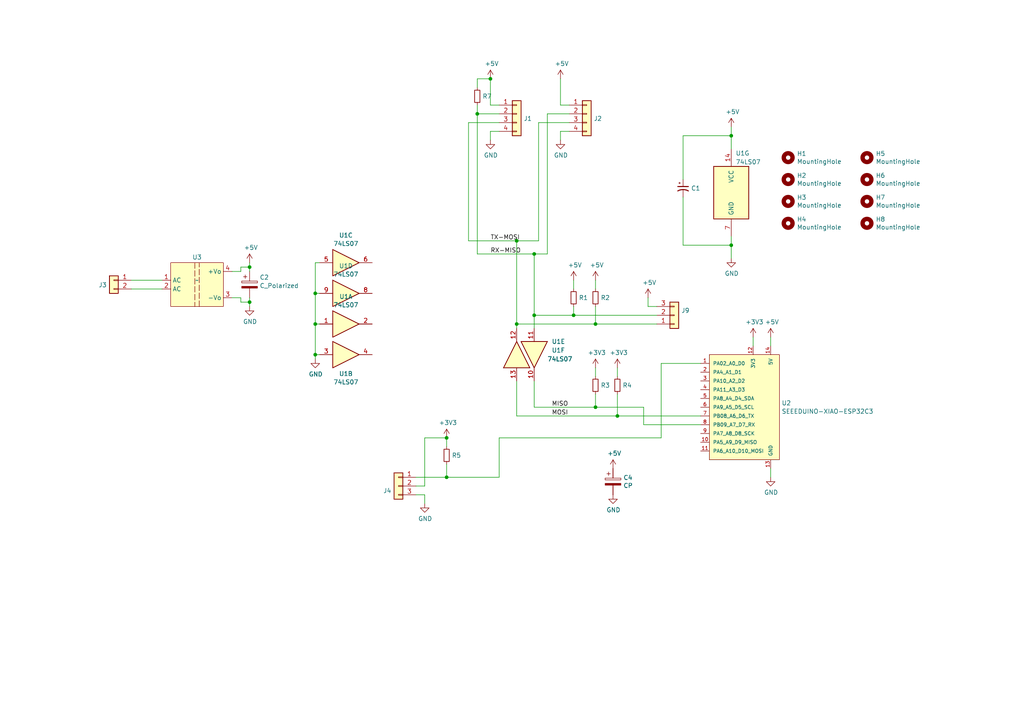
<source format=kicad_sch>
(kicad_sch (version 20230121) (generator eeschema)
  (paper "A4")
  (lib_symbols
    (symbol "74xx:74LS07" (pin_names (offset 1.016))
      (property "Reference" "U" (at 0 1.27 0))
      (property "Value" "74xx_74LS07" (at 0 -1.27 0))
      (symbol "74LS07_1_0"
        (polyline (pts (xy -3.81 3.81) (xy -3.81 -3.81) (xy 3.81 0) (xy -3.81 3.81)) (stroke (width 0.254)) (fill (type background)))
        (pin input line (at -7.62 0 0) (length 3.81) (name "~") (number "1"))
        (pin open_collector line (at 7.62 0 180) (length 3.81) (name "~") (number "2"))
      )
      (symbol "74LS07_2_0"
        (polyline (pts (xy -3.81 3.81) (xy -3.81 -3.81) (xy 3.81 0) (xy -3.81 3.81)) (stroke (width 0.254)) (fill (type background)))
        (pin input line (at -7.62 0 0) (length 3.81) (name "~") (number "3"))
        (pin open_collector line (at 7.62 0 180) (length 3.81) (name "~") (number "4"))
      )
      (symbol "74LS07_3_0"
        (polyline (pts (xy -3.81 3.81) (xy -3.81 -3.81) (xy 3.81 0) (xy -3.81 3.81)) (stroke (width 0.254)) (fill (type background)))
        (pin input line (at -7.62 0 0) (length 3.81) (name "~") (number "5"))
        (pin open_collector line (at 7.62 0 180) (length 3.81) (name "~") (number "6"))
      )
      (symbol "74LS07_4_0"
        (polyline (pts (xy -3.81 3.81) (xy -3.81 -3.81) (xy 3.81 0) (xy -3.81 3.81)) (stroke (width 0.254)) (fill (type background)))
        (pin open_collector line (at 7.62 0 180) (length 3.81) (name "~") (number "8"))
        (pin input line (at -7.62 0 0) (length 3.81) (name "~") (number "9"))
      )
      (symbol "74LS07_5_0"
        (polyline (pts (xy -3.81 3.81) (xy -3.81 -3.81) (xy 3.81 0) (xy -3.81 3.81)) (stroke (width 0.254)) (fill (type background)))
        (pin open_collector line (at 7.62 0 180) (length 3.81) (name "~") (number "10"))
        (pin input line (at -7.62 0 0) (length 3.81) (name "~") (number "11"))
      )
      (symbol "74LS07_6_0"
        (polyline (pts (xy -3.81 3.81) (xy -3.81 -3.81) (xy 3.81 0) (xy -3.81 3.81)) (stroke (width 0.254)) (fill (type background)))
        (pin open_collector line (at 7.62 0 180) (length 3.81) (name "~") (number "12"))
        (pin input line (at -7.62 0 0) (length 3.81) (name "~") (number "13"))
      )
      (symbol "74LS07_7_0"
        (pin power_in line (at 0 12.7 270) (length 5.08) (name "VCC") (number "14"))
        (pin power_in line (at 0 -12.7 90) (length 5.08) (name "GND") (number "7"))
      )
      (symbol "74LS07_7_1"
        (rectangle (start -5.08 7.62) (end 5.08 -7.62) (stroke (width 0.254)) (fill (type background)))
      )
    )
    (symbol "Connector_Generic:Conn_01x02" (pin_names (offset 1.016) hide)
      (property "Reference" "J" (at 0 2.54 0))
      (property "Value" "Conn_01x02" (at 0 -5.08 0))
      (symbol "Conn_01x02_1_1"
        (rectangle (start -1.27 -2.413) (end 0 -2.667) (stroke (width 0.1524)))
        (rectangle (start -1.27 0.127) (end 0 -0.127) (stroke (width 0.1524)))
        (rectangle (start -1.27 1.27) (end 1.27 -3.81) (stroke (width 0.254)) (fill (type background)))
        (pin passive line (at -5.08 0 0) (length 3.81) (name "Pin_1") (number "1"))
        (pin passive line (at -5.08 -2.54 0) (length 3.81) (name "Pin_2") (number "2"))
      )
    )
    (symbol "Connector_Generic:Conn_01x03" (pin_names (offset 1.016) hide)
      (property "Reference" "J" (at 0 5.08 0))
      (property "Value" "Conn_01x03" (at 0 -5.08 0))
      (symbol "Conn_01x03_1_1"
        (rectangle (start -1.27 -2.413) (end 0 -2.667) (stroke (width 0.1524)))
        (rectangle (start -1.27 0.127) (end 0 -0.127) (stroke (width 0.1524)))
        (rectangle (start -1.27 2.667) (end 0 2.413) (stroke (width 0.1524)))
        (rectangle (start -1.27 3.81) (end 1.27 -3.81) (stroke (width 0.254)) (fill (type background)))
        (pin passive line (at -5.08 2.54 0) (length 3.81) (name "Pin_1") (number "1"))
        (pin passive line (at -5.08 0 0) (length 3.81) (name "Pin_2") (number "2"))
        (pin passive line (at -5.08 -2.54 0) (length 3.81) (name "Pin_3") (number "3"))
      )
    )
    (symbol "Connector_Generic:Conn_01x04" (pin_names (offset 1.016) hide)
      (property "Reference" "J" (at 0 5.08 0))
      (property "Value" "Conn_01x04" (at 0 -7.62 0))
      (symbol "Conn_01x04_1_1"
        (rectangle (start -1.27 -4.953) (end 0 -5.207) (stroke (width 0.1524)))
        (rectangle (start -1.27 -2.413) (end 0 -2.667) (stroke (width 0.1524)))
        (rectangle (start -1.27 0.127) (end 0 -0.127) (stroke (width 0.1524)))
        (rectangle (start -1.27 2.667) (end 0 2.413) (stroke (width 0.1524)))
        (rectangle (start -1.27 3.81) (end 1.27 -6.35) (stroke (width 0.254)) (fill (type background)))
        (pin passive line (at -5.08 2.54 0) (length 3.81) (name "Pin_1") (number "1"))
        (pin passive line (at -5.08 0 0) (length 3.81) (name "Pin_2") (number "2"))
        (pin passive line (at -5.08 -2.54 0) (length 3.81) (name "Pin_3") (number "3"))
        (pin passive line (at -5.08 -5.08 0) (length 3.81) (name "Pin_4") (number "4"))
      )
    )
    (symbol "Device:CP" (pin_numbers hide) (pin_names (offset 0.254))
      (property "Reference" "C" (at 0.635 2.54 0))
      (property "Value" "Device_CP" (at 0.635 -2.54 0))
      (symbol "CP_0_1"
        (rectangle (start -2.286 0.508) (end 2.286 1.016))
        (polyline (pts (xy -1.778 2.286) (xy -0.762 2.286)))
        (polyline (pts (xy -1.27 2.794) (xy -1.27 1.778)))
        (rectangle (start 2.286 -0.508) (end -2.286 -1.016) (fill (type outline)))
      )
      (symbol "CP_1_1"
        (pin passive line (at 0 3.81 270) (length 2.794) (name "~") (number "1"))
        (pin passive line (at 0 -3.81 90) (length 2.794) (name "~") (number "2"))
      )
    )
    (symbol "Device:CP1_Small" (pin_numbers hide) (pin_names (offset 0.254) hide)
      (property "Reference" "C" (at 0.254 1.778 0))
      (property "Value" "Device_CP1_Small" (at 0.254 -2.032 0))
      (symbol "CP1_Small_0_1"
        (polyline (pts (xy -1.524 0.508) (xy 1.524 0.508)) (stroke (width 0.3048)))
        (polyline (pts (xy -1.27 1.524) (xy -0.762 1.524)))
        (polyline (pts (xy -1.016 1.27) (xy -1.016 1.778)))
        (arc (start 1.524 -0.762) (mid 0 -0.3734) (end -1.524 -0.762) (stroke (width 0.3048)))
      )
      (symbol "CP1_Small_1_1"
        (pin passive line (at 0 2.54 270) (length 2.032) (name "~") (number "1"))
        (pin passive line (at 0 -2.54 90) (length 2.032) (name "~") (number "2"))
      )
    )
    (symbol "Device:C_Polarized" (pin_numbers hide) (pin_names (offset 0.254))
      (property "Reference" "C" (at 0.635 2.54 0))
      (property "Value" "C_Polarized" (at 0.635 -2.54 0))
      (symbol "C_Polarized_0_1"
        (rectangle (start -2.286 0.508) (end 2.286 1.016))
        (polyline (pts (xy -1.778 2.286) (xy -0.762 2.286)))
        (polyline (pts (xy -1.27 2.794) (xy -1.27 1.778)))
        (rectangle (start 2.286 -0.508) (end -2.286 -1.016) (fill (type outline)))
      )
      (symbol "C_Polarized_1_1"
        (pin passive line (at 0 3.81 270) (length 2.794) (name "~") (number "1"))
        (pin passive line (at 0 -3.81 90) (length 2.794) (name "~") (number "2"))
      )
    )
    (symbol "Device:R_Small" (pin_numbers hide) (pin_names (offset 0.254) hide)
      (property "Reference" "R" (at 0.762 0.508 0))
      (property "Value" "R_Small" (at 0.762 -1.016 0))
      (symbol "R_Small_0_1"
        (rectangle (start -0.762 1.778) (end 0.762 -1.778) (stroke (width 0.2032)))
      )
      (symbol "R_Small_1_1"
        (pin passive line (at 0 2.54 270) (length 0.762) (name "~") (number "1"))
        (pin passive line (at 0 -2.54 90) (length 0.762) (name "~") (number "2"))
      )
    )
    (symbol "MOUDLE-SEEEDUINO-XIAO-ESP32C3:MOUDLE-SEEEDUINO-XIAO-ESP32C3" (pin_names (offset 1.016))
      (property "Reference" "U?" (at 2.54 12.7 0))
      (property "Value" "SEEEDUINO-XIAO-ESP32C3" (at -7.62 -15.24 90))
      (symbol "MOUDLE-SEEEDUINO-XIAO-ESP32C3_0_0"
        (pin bidirectional line (at 15.24 10.16 180) (length 2.54) (name "PA02_A0_D0") (number "1"))
        (pin bidirectional line (at 15.24 -12.7 180) (length 2.54) (name "PA5_A9_D9_MISO") (number "10"))
        (pin bidirectional line (at 15.24 -15.24 180) (length 2.54) (name "PA6_A10_D10_MOSI") (number "11"))
        (pin bidirectional line (at 15.24 7.62 180) (length 2.54) (name "PA4_A1_D1") (number "2"))
        (pin bidirectional line (at 15.24 5.08 180) (length 2.54) (name "PA10_A2_D2") (number "3"))
        (pin bidirectional line (at 15.24 2.54 180) (length 2.54) (name "PA11_A3_D3") (number "4"))
        (pin bidirectional line (at 15.24 0 180) (length 2.54) (name "PA8_A4_D4_SDA") (number "5"))
        (pin bidirectional line (at 15.24 -2.54 180) (length 2.54) (name "PA9_A5_D5_SCL") (number "6"))
        (pin bidirectional line (at 15.24 -5.08 180) (length 2.54) (name "PB08_A6_D6_TX") (number "7"))
        (pin bidirectional line (at 15.24 -7.62 180) (length 2.54) (name "PB09_A7_D7_RX") (number "8"))
        (pin bidirectional line (at 15.24 -10.16 180) (length 2.54) (name "PA7_A8_D8_SCK") (number "9"))
      )
      (symbol "MOUDLE-SEEEDUINO-XIAO-ESP32C3_1_0"
        (pin power_out line (at 0 15.24 270) (length 2.54) (name "3V3") (number "12"))
        (pin power_in line (at -5.08 -20.32 90) (length 2.54) (name "GND") (number "13"))
        (pin power_in line (at -5.08 15.24 270) (length 2.54) (name "5V") (number "14"))
      )
      (symbol "MOUDLE-SEEEDUINO-XIAO-ESP32C3_1_1"
        (rectangle (start -7.62 12.7) (end 12.7 -17.78) (fill (type background)))
      )
    )
    (symbol "Mechanical:MountingHole" (pin_names (offset 1.016))
      (property "Reference" "H" (at 0 5.08 0))
      (property "Value" "MountingHole" (at 0 3.175 0))
      (symbol "MountingHole_0_1"
        (circle (center 0 0) (radius 1.27) (stroke (width 1.27)))
      )
    )
    (symbol "custom:HLK-PM01"
      (property "Reference" "U" (at -3.175 6.35 0))
      (symbol "HLK-PM01_1_1"
        (rectangle (start -7.62 5.08) (end 7.62 -7.62) (fill (type background)))
        (polyline (pts (xy -0.635 5.08) (xy -0.635 -7.62)) (stroke (width 0) (type dash)))
        (polyline (pts (xy 0.635 -7.62) (xy 0.635 5.08)) (stroke (width 0) (type dash)))
        (pin power_in line (at -10.16 0 0) (length 2.54) (name "AC") (number "1"))
        (pin power_in line (at -10.16 -2.54 0) (length 2.54) (name "AC") (number "2"))
        (pin power_out line (at 10.16 -5.08 180) (length 2.54) (name "-Vo") (number "3"))
        (pin power_out line (at 10.16 2.54 180) (length 2.54) (name "+Vo") (number "4"))
      )
    )
    (symbol "power:+3V3" (power) (pin_names (offset 0))
      (property "Value" "+3V3" (at 0 3.556 0))
      (symbol "+3V3_0_1"
        (polyline (pts (xy -0.762 1.27) (xy 0 2.54)))
        (polyline (pts (xy 0 0) (xy 0 2.54)))
        (polyline (pts (xy 0 2.54) (xy 0.762 1.27)))
      )
      (symbol "+3V3_1_1"
        (pin power_in line (at 0 0 90) (length 0) hide (name "+3V3") (number "1"))
      )
    )
    (symbol "power:+5V" (power) (pin_names (offset 0))
      (property "Value" "+5V" (at 0 3.556 0))
      (symbol "+5V_0_1"
        (polyline (pts (xy -0.762 1.27) (xy 0 2.54)))
        (polyline (pts (xy 0 0) (xy 0 2.54)))
        (polyline (pts (xy 0 2.54) (xy 0.762 1.27)))
      )
      (symbol "+5V_1_1"
        (pin power_in line (at 0 0 90) (length 0) hide (name "+5V") (number "1"))
      )
    )
    (symbol "power:GND" (power) (pin_names (offset 0))
      (property "Value" "GND" (at 0 -3.81 0))
      (symbol "GND_0_1"
        (polyline (pts (xy 0 0) (xy 0 -1.27) (xy 1.27 -1.27) (xy 0 -2.54) (xy -1.27 -1.27) (xy 0 -1.27)))
      )
      (symbol "GND_1_1"
        (pin power_in line (at 0 0 270) (length 0) hide (name "GND") (number "1"))
      )
    )
  )
  (junction (at 154.94 91.44))
  (junction (at 179.07 120.65))
  (junction (at 166.37 91.44))
  (junction (at 149.86 93.98))
  (junction (at 91.44 93.98))
  (junction (at 172.72 118.11))
  (junction (at 149.86 69.85))
  (junction (at 154.94 73.66))
  (junction (at 72.39 77.47))
  (junction (at 129.54 127))
  (junction (at 129.54 138.43))
  (junction (at 138.43 33.02))
  (junction (at 172.72 93.98))
  (junction (at 72.39 87.63))
  (junction (at 142.24 22.86))
  (junction (at 212.09 71.12))
  (junction (at 212.09 39.37))
  (junction (at 91.44 102.87))
  (junction (at 91.44 85.09))
  (wire (pts (xy 223.52 97.79) (xy 223.52 100.33)))
  (wire (pts (xy 203.2 105.41) (xy 191.77 105.41)))
  (wire (pts (xy 91.44 102.87) (xy 91.44 93.98)))
  (wire (pts (xy 162.56 40.64) (xy 162.56 38.1)))
  (wire (pts (xy 172.72 83.82) (xy 172.72 81.28)))
  (wire (pts (xy 129.54 138.43) (xy 144.78 138.43)))
  (wire (pts (xy 154.94 110.49) (xy 154.94 118.11)))
  (wire (pts (xy 123.19 143.51) (xy 120.65 143.51)))
  (wire (pts (xy 172.72 88.9) (xy 172.72 93.98)))
  (wire (pts (xy 149.86 93.98) (xy 172.72 93.98)))
  (wire (pts (xy 198.12 52.07) (xy 198.12 39.37)))
  (wire (pts (xy 144.78 127) (xy 144.78 138.43)))
  (wire (pts (xy 156.21 35.56) (xy 165.1 35.56)))
  (wire (pts (xy 72.39 76.2) (xy 72.39 77.47)))
  (wire (pts (xy 165.1 33.02) (xy 158.75 33.02)))
  (wire (pts (xy 91.44 93.98) (xy 91.44 85.09)))
  (wire (pts (xy 91.44 104.14) (xy 91.44 102.87)))
  (wire (pts (xy 138.43 73.66) (xy 154.94 73.66)))
  (wire (pts (xy 156.21 69.85) (xy 149.86 69.85)))
  (wire (pts (xy 72.39 86.36) (xy 72.39 87.63)))
  (wire (pts (xy 72.39 87.63) (xy 72.39 88.9)))
  (wire (pts (xy 198.12 39.37) (xy 212.09 39.37)))
  (wire (pts (xy 154.94 73.66) (xy 154.94 91.44)))
  (wire (pts (xy 149.86 69.85) (xy 135.89 69.85)))
  (wire (pts (xy 123.19 127) (xy 129.54 127)))
  (wire (pts (xy 158.75 73.66) (xy 154.94 73.66)))
  (wire (pts (xy 142.24 22.86) (xy 142.24 30.48)))
  (wire (pts (xy 67.31 78.74) (xy 69.85 78.74)))
  (wire (pts (xy 166.37 81.28) (xy 166.37 83.82)))
  (wire (pts (xy 38.1 83.82) (xy 46.99 83.82)))
  (wire (pts (xy 218.44 97.79) (xy 218.44 100.33)))
  (wire (pts (xy 91.44 85.09) (xy 91.44 76.2)))
  (wire (pts (xy 142.24 30.48) (xy 144.78 30.48)))
  (wire (pts (xy 123.19 140.97) (xy 120.65 140.97)))
  (wire (pts (xy 203.2 123.19) (xy 186.69 123.19)))
  (wire (pts (xy 166.37 88.9) (xy 166.37 91.44)))
  (wire (pts (xy 138.43 22.86) (xy 138.43 25.4)))
  (wire (pts (xy 191.77 105.41) (xy 191.77 127)))
  (wire (pts (xy 172.72 93.98) (xy 190.5 93.98)))
  (wire (pts (xy 212.09 71.12) (xy 212.09 68.58)))
  (wire (pts (xy 212.09 74.93) (xy 212.09 71.12)))
  (wire (pts (xy 38.1 81.28) (xy 46.99 81.28)))
  (wire (pts (xy 172.72 114.3) (xy 172.72 118.11)))
  (wire (pts (xy 191.77 127) (xy 144.78 127)))
  (wire (pts (xy 162.56 22.86) (xy 162.56 30.48)))
  (wire (pts (xy 187.96 88.9) (xy 190.5 88.9)))
  (wire (pts (xy 198.12 71.12) (xy 212.09 71.12)))
  (wire (pts (xy 69.85 86.36) (xy 67.31 86.36)))
  (wire (pts (xy 120.65 138.43) (xy 129.54 138.43)))
  (wire (pts (xy 142.24 38.1) (xy 144.78 38.1)))
  (wire (pts (xy 166.37 91.44) (xy 190.5 91.44)))
  (wire (pts (xy 91.44 85.09) (xy 92.71 85.09)))
  (wire (pts (xy 72.39 87.63) (xy 69.85 87.63)))
  (wire (pts (xy 135.89 35.56) (xy 135.89 69.85)))
  (wire (pts (xy 149.86 95.25) (xy 149.86 93.98)))
  (wire (pts (xy 179.07 120.65) (xy 203.2 120.65)))
  (wire (pts (xy 212.09 39.37) (xy 212.09 43.18)))
  (wire (pts (xy 172.72 118.11) (xy 186.69 118.11)))
  (wire (pts (xy 179.07 106.68) (xy 179.07 109.22)))
  (wire (pts (xy 138.43 33.02) (xy 144.78 33.02)))
  (wire (pts (xy 154.94 95.25) (xy 154.94 91.44)))
  (wire (pts (xy 179.07 114.3) (xy 179.07 120.65)))
  (wire (pts (xy 91.44 76.2) (xy 92.71 76.2)))
  (wire (pts (xy 91.44 102.87) (xy 92.71 102.87)))
  (wire (pts (xy 123.19 146.05) (xy 123.19 143.51)))
  (wire (pts (xy 212.09 36.83) (xy 212.09 39.37)))
  (wire (pts (xy 142.24 22.86) (xy 138.43 22.86)))
  (wire (pts (xy 149.86 69.85) (xy 149.86 93.98)))
  (wire (pts (xy 138.43 33.02) (xy 138.43 73.66)))
  (wire (pts (xy 198.12 57.15) (xy 198.12 71.12)))
  (wire (pts (xy 223.52 138.43) (xy 223.52 135.89)))
  (wire (pts (xy 129.54 127) (xy 129.54 129.54)))
  (wire (pts (xy 91.44 93.98) (xy 92.71 93.98)))
  (wire (pts (xy 142.24 40.64) (xy 142.24 38.1)))
  (wire (pts (xy 69.85 87.63) (xy 69.85 86.36)))
  (wire (pts (xy 172.72 106.68) (xy 172.72 109.22)))
  (wire (pts (xy 69.85 77.47) (xy 72.39 77.47)))
  (wire (pts (xy 69.85 78.74) (xy 69.85 77.47)))
  (wire (pts (xy 72.39 77.47) (xy 72.39 78.74)))
  (wire (pts (xy 187.96 86.36) (xy 187.96 88.9)))
  (wire (pts (xy 149.86 120.65) (xy 179.07 120.65)))
  (wire (pts (xy 123.19 127) (xy 123.19 140.97)))
  (wire (pts (xy 158.75 33.02) (xy 158.75 73.66)))
  (wire (pts (xy 135.89 35.56) (xy 144.78 35.56)))
  (wire (pts (xy 166.37 91.44) (xy 154.94 91.44)))
  (wire (pts (xy 129.54 138.43) (xy 129.54 134.62)))
  (wire (pts (xy 162.56 30.48) (xy 165.1 30.48)))
  (wire (pts (xy 149.86 120.65) (xy 149.86 110.49)))
  (wire (pts (xy 186.69 123.19) (xy 186.69 118.11)))
  (wire (pts (xy 162.56 38.1) (xy 165.1 38.1)))
  (wire (pts (xy 154.94 118.11) (xy 172.72 118.11)))
  (wire (pts (xy 156.21 35.56) (xy 156.21 69.85)))
  (wire (pts (xy 138.43 30.48) (xy 138.43 33.02)))
  (label "TX-MOSI" (at 142.24 69.85 0))
  (label "MOSI" (at 160.02 120.65 0))
  (label "RX-MISO" (at 142.24 73.66 0))
  (label "MISO" (at 160.02 118.11 0))
  (symbol (lib_id "Connector_Generic:Conn_01x04") (at 149.86 33.02 0) (unit 1)
    (property "Reference" "J1" (at 151.892 34.3916 0) (effects (justify left)))
    (property "Value" "Conn_01x04" (effects hide))
    (property "Footprint" "Connector_JST:JST_XH_B4B-XH-A_1x04_P2.50mm_Vertical" (effects hide))
  )
  (symbol (lib_id "power:+5V") (at 142.24 22.86 0) (unit 1)
    (property "Reference" "#PWR01" (effects hide))
    (property "Value" "+5V" (at 142.621 18.4658 0))
  )
  (symbol (lib_id "74xx:74LS07") (at 100.33 93.98 0) (unit 1)
    (property "Reference" "U1" (at 100.33 86.0257 0))
    (property "Value" "74LS07" (at 100.33 88.4499 0))
    (property "Footprint" "Package_DIP:DIP-14_W7.62mm_LongPads" (effects hide))
    (property "Datasheet" "www.ti.com/lit/ds/symlink/sn74ls07.pdf" (effects hide))
  )
  (symbol (lib_id "power:GND") (at 142.24 40.64 0) (unit 1)
    (property "Reference" "#PWR09" (effects hide))
    (property "Value" "GND" (at 142.367 45.0342 0))
  )
  (symbol (lib_id "74xx:74LS07") (at 100.33 102.87 0) (unit 2)
    (property "Reference" "U1" (at 100.33 108.4001 0))
    (property "Value" "74LS07" (at 100.33 110.8243 0))
    (property "Footprint" "Package_DIP:DIP-14_W7.62mm_LongPads" (effects hide))
    (property "Datasheet" "www.ti.com/lit/ds/symlink/sn74ls07.pdf" (effects hide))
  )
  (symbol (lib_id "Connector_Generic:Conn_01x04") (at 170.18 33.02 0) (unit 1)
    (property "Reference" "J2" (at 172.212 34.3916 0) (effects (justify left)))
    (property "Value" "Conn_01x04" (effects hide))
    (property "Footprint" "Connector_JST:JST_XH_B4B-XH-A_1x04_P2.50mm_Vertical" (effects hide))
  )
  (symbol (lib_id "power:+5V") (at 162.56 22.86 0) (unit 1)
    (property "Reference" "#PWR02" (effects hide))
    (property "Value" "+5V" (at 162.941 18.4658 0))
  )
  (symbol (lib_id "power:GND") (at 162.56 40.64 0) (unit 1)
    (property "Reference" "#PWR010" (effects hide))
    (property "Value" "GND" (at 162.687 45.0342 0))
  )
  (symbol (lib_id "power:+5V") (at 223.52 97.79 0) (unit 1)
    (property "Reference" "#PWR024" (effects hide))
    (property "Value" "+5V" (at 223.901 93.3958 0))
  )
  (symbol (lib_id "power:GND") (at 223.52 138.43 0) (unit 1)
    (property "Reference" "#PWR026" (effects hide))
    (property "Value" "GND" (at 223.647 142.8242 0))
  )
  (symbol (lib_id "74xx:74LS07") (at 100.33 76.2 0) (unit 3)
    (property "Reference" "U1" (at 100.33 68.2457 0))
    (property "Value" "74LS07" (at 100.33 70.6699 0))
    (property "Footprint" "Package_DIP:DIP-14_W7.62mm_LongPads" (effects hide))
    (property "Datasheet" "www.ti.com/lit/ds/symlink/sn74ls07.pdf" (effects hide))
  )
  (symbol (lib_id "74xx:74LS07") (at 100.33 85.09 0) (unit 4)
    (property "Reference" "U1" (at 100.33 77.1357 0))
    (property "Value" "74LS07" (at 100.33 79.5599 0))
    (property "Footprint" "Package_DIP:DIP-14_W7.62mm_LongPads" (effects hide))
    (property "Datasheet" "www.ti.com/lit/ds/symlink/sn74ls07.pdf" (effects hide))
  )
  (symbol (lib_id "74xx:74LS07") (at 154.94 102.87 270) (unit 5)
    (property "Reference" "U1" (at 160.02 99.06 90) (effects (justify left)))
    (property "Value" "74LS07" (at 158.75 104.14 90) (effects (justify left)))
    (property "Footprint" "Package_DIP:DIP-14_W7.62mm_LongPads" (effects hide))
    (property "Datasheet" "www.ti.com/lit/ds/symlink/sn74ls07.pdf" (effects hide))
  )
  (symbol (lib_id "74xx:74LS07") (at 149.86 102.87 90) (unit 6)
    (property "Reference" "U1" (at 160.02 101.6 90) (effects (justify right)))
    (property "Value" "74LS07" (at 158.75 104.14 90) (effects (justify right)))
    (property "Footprint" "Package_DIP:DIP-14_W7.62mm_LongPads" (effects hide))
    (property "Datasheet" "www.ti.com/lit/ds/symlink/sn74ls07.pdf" (effects hide))
  )
  (symbol (lib_id "74xx:74LS07") (at 212.09 55.88 0) (unit 7)
    (property "Reference" "U1" (at 213.36 44.45 0) (effects (justify left)))
    (property "Value" "74LS07" (at 213.36 46.99 0) (effects (justify left)))
    (property "Footprint" "Package_DIP:DIP-14_W7.62mm_LongPads" (effects hide))
    (property "Datasheet" "www.ti.com/lit/ds/symlink/sn74ls07.pdf" (effects hide))
  )
  (symbol (lib_id "power:+5V") (at 212.09 36.83 0) (unit 1)
    (property "Reference" "#PWR019" (effects hide))
    (property "Value" "+5V" (at 212.471 32.4358 0))
  )
  (symbol (lib_id "power:GND") (at 212.09 74.93 0) (unit 1)
    (property "Reference" "#PWR025" (effects hide))
    (property "Value" "GND" (at 212.217 79.3242 0))
  )
  (symbol (lib_id "Device:CP1_Small") (at 198.12 54.61 0) (unit 1)
    (property "Reference" "C1" (at 200.4314 54.61 0) (effects (justify left)))
    (property "Value" "CP1_Small" (effects hide))
    (property "Footprint" "Capacitor_THT:C_Disc_D3.8mm_W2.6mm_P2.50mm" (effects hide))
  )
  (symbol (lib_id "Connector_Generic:Conn_01x03") (at 195.58 91.44 0) (mirror x) (unit 1)
    (property "Reference" "J9" (at 197.612 90.0684 0) (effects (justify left)))
    (property "Value" "Conn_01x04" (effects hide))
    (property "Footprint" "Connector_JST:JST_XH_B3B-XH-A_1x03_P2.50mm_Vertical" (effects hide))
  )
  (symbol (lib_id "power:+5V") (at 187.96 86.36 0) (unit 1)
    (property "Reference" "#PWR020" (effects hide))
    (property "Value" "+5V" (at 188.341 81.9658 0))
  )
  (symbol (lib_id "Mechanical:MountingHole") (at 228.6 45.72 0) (unit 1)
    (property "Reference" "H1" (at 231.14 44.5516 0) (effects (justify left)))
    (property "Value" "MountingHole" (at 231.14 46.863 0) (effects (justify left)))
    (property "Footprint" "MountingHole:MountingHole_3.2mm_M3_Pad_Via" (effects hide))
  )
  (symbol (lib_id "Mechanical:MountingHole") (at 228.6 52.07 0) (unit 1)
    (property "Reference" "H2" (at 231.14 50.9016 0) (effects (justify left)))
    (property "Value" "MountingHole" (at 231.14 53.213 0) (effects (justify left)))
    (property "Footprint" "MountingHole:MountingHole_3.2mm_M3_Pad_Via" (effects hide))
  )
  (symbol (lib_id "Mechanical:MountingHole") (at 228.6 58.42 0) (unit 1)
    (property "Reference" "H3" (at 231.14 57.2516 0) (effects (justify left)))
    (property "Value" "MountingHole" (at 231.14 59.563 0) (effects (justify left)))
    (property "Footprint" "MountingHole:MountingHole_3.2mm_M3_Pad_Via" (effects hide))
  )
  (symbol (lib_id "Mechanical:MountingHole") (at 228.6 64.77 0) (unit 1)
    (property "Reference" "H4" (at 231.14 63.6016 0) (effects (justify left)))
    (property "Value" "MountingHole" (at 231.14 65.913 0) (effects (justify left)))
    (property "Footprint" "MountingHole:MountingHole_3.2mm_M3_Pad_Via" (effects hide))
  )
  (symbol (lib_id "Device:R_Small") (at 172.72 111.76 0) (unit 1)
    (property "Reference" "R3" (at 174.2186 111.76 0) (effects (justify left)))
    (property "Value" "R_Small" (effects hide))
    (property "Footprint" "Resistor_THT:R_Axial_DIN0207_L6.3mm_D2.5mm_P10.16mm_Horizontal" (effects hide))
  )
  (symbol (lib_id "power:+3V3") (at 172.72 106.68 0) (unit 1)
    (property "Reference" "#PWR021" (effects hide))
    (property "Value" "+3V3" (at 173.101 102.2858 0))
  )
  (symbol (lib_id "Device:R_Small") (at 179.07 111.76 0) (unit 1)
    (property "Reference" "R4" (at 180.5686 111.76 0) (effects (justify left)))
    (property "Value" "R_Small" (effects hide))
    (property "Footprint" "Resistor_THT:R_Axial_DIN0207_L6.3mm_D2.5mm_P10.16mm_Horizontal" (effects hide))
  )
  (symbol (lib_id "Device:R_Small") (at 166.37 86.36 0) (unit 1)
    (property "Reference" "R1" (at 167.8686 86.36 0) (effects (justify left)))
    (property "Value" "R_Small" (effects hide))
    (property "Footprint" "Resistor_THT:R_Axial_DIN0207_L6.3mm_D2.5mm_P10.16mm_Horizontal" (effects hide))
  )
  (symbol (lib_id "Device:R_Small") (at 172.72 86.36 0) (unit 1)
    (property "Reference" "R2" (at 174.2186 86.36 0) (effects (justify left)))
    (property "Value" "R_Small" (effects hide))
    (property "Footprint" "Resistor_THT:R_Axial_DIN0207_L6.3mm_D2.5mm_P10.16mm_Horizontal" (effects hide))
  )
  (symbol (lib_id "power:+5V") (at 166.37 81.28 0) (unit 1)
    (property "Reference" "#PWR017" (effects hide))
    (property "Value" "+5V" (at 166.751 76.8858 0))
  )
  (symbol (lib_id "power:+5V") (at 172.72 81.28 0) (unit 1)
    (property "Reference" "#PWR018" (effects hide))
    (property "Value" "+5V" (at 173.101 76.8858 0))
  )
  (symbol (lib_id "power:+3V3") (at 179.07 106.68 0) (unit 1)
    (property "Reference" "#PWR022" (effects hide))
    (property "Value" "+3V3" (at 179.451 102.2858 0))
  )
  (symbol (lib_id "power:+5V") (at 177.8 135.89 0) (unit 1)
    (property "Reference" "#PWR027" (effects hide))
    (property "Value" "+5V" (at 178.181 131.4958 0))
  )
  (symbol (lib_id "power:GND") (at 177.8 143.51 0) (unit 1)
    (property "Reference" "#PWR028" (effects hide))
    (property "Value" "GND" (at 177.927 147.9042 0))
  )
  (symbol (lib_id "Device:CP") (at 177.8 139.7 0) (unit 1)
    (property "Reference" "C4" (at 180.7972 138.5316 0) (effects (justify left)))
    (property "Value" "CP" (at 180.7972 140.843 0) (effects (justify left)))
    (property "Footprint" "Capacitor_THT:CP_Radial_D8.0mm_P2.50mm" (effects hide))
  )
  (symbol (lib_id "Device:R_Small") (at 138.43 27.94 0) (unit 1)
    (property "Reference" "R7" (at 139.9286 27.94 0) (effects (justify left)))
    (property "Value" "R_Small" (effects hide))
    (property "Footprint" "Resistor_SMD:R_1206_3216Metric" (effects hide))
  )
  (symbol (lib_id "Connector_Generic:Conn_01x02") (at 33.02 81.28 0) (mirror y) (unit 1)
    (property "Reference" "J3" (at 30.988 82.6516 0) (effects (justify left)))
    (property "Value" "Conn_01x02" (effects hide))
    (property "Footprint" "custom:WE 691411410002 - 2 Pin Wire-To-Board Terminal Block" (effects hide))
  )
  (symbol (lib_id "Device:R_Small") (at 129.54 132.08 0) (unit 1)
    (property "Reference" "R5" (at 131.0386 132.08 0) (effects (justify left)))
    (property "Value" "R_Small" (effects hide))
    (property "Footprint" "Resistor_THT:R_Axial_DIN0207_L6.3mm_D2.5mm_P10.16mm_Horizontal" (effects hide))
  )
  (symbol (lib_id "MOUDLE-SEEEDUINO-XIAO-ESP32C3:MOUDLE-SEEEDUINO-XIAO-ESP32C3") (at 218.44 115.57 0) (mirror y) (unit 1)
    (property "Reference" "U2" (at 226.695 116.8979 0) (effects (justify right)))
    (property "Value" "SEEEDUINO-XIAO-ESP32C3" (at 226.695 119.3221 0) (effects (justify right)))
    (property "Footprint" "MOUDLE14P-SMD-2.54-21X17.8MM" (effects hide))
  )
  (symbol (lib_id "Mechanical:MountingHole") (at 251.46 58.42 0) (unit 1)
    (property "Reference" "H7" (at 254 57.2516 0) (effects (justify left)))
    (property "Value" "MountingHole" (at 254 59.563 0) (effects (justify left)))
    (property "Footprint" "MountingHole:MountingHole_3.2mm_M3_Pad_Via" (effects hide))
  )
  (symbol (lib_id "Mechanical:MountingHole") (at 251.46 52.07 0) (unit 1)
    (property "Reference" "H6" (at 254 50.9016 0) (effects (justify left)))
    (property "Value" "MountingHole" (at 254 53.213 0) (effects (justify left)))
    (property "Footprint" "MountingHole:MountingHole_3.2mm_M3_Pad_Via" (effects hide))
  )
  (symbol (lib_id "power:GND") (at 91.44 104.14 0) (unit 1)
    (property "Reference" "#PWR05" (effects hide))
    (property "Value" "GND" (at 91.567 108.5342 0))
  )
  (symbol (lib_id "Mechanical:MountingHole") (at 251.46 45.72 0) (unit 1)
    (property "Reference" "H5" (at 254 44.5516 0) (effects (justify left)))
    (property "Value" "MountingHole" (at 254 46.863 0) (effects (justify left)))
    (property "Footprint" "MountingHole:MountingHole_3.2mm_M3_Pad_Via" (effects hide))
  )
  (symbol (lib_id "power:+5V") (at 72.39 76.2 0) (unit 1)
    (property "Reference" "#PWR03" (effects hide))
    (property "Value" "+5V" (at 72.771 71.8058 0))
  )
  (symbol (lib_id "Device:C_Polarized") (at 72.39 82.55 0) (unit 1)
    (property "Reference" "C2" (at 75.311 80.4489 0) (effects (justify left)))
    (property "Value" "C_Polarized" (at 75.311 82.8731 0) (effects (justify left)))
    (property "Footprint" "Capacitor_THT:CP_Radial_D10.0mm_P2.50mm_P5.00mm" (effects hide))
  )
  (symbol (lib_id "Connector_Generic:Conn_01x03") (at 115.57 140.97 0) (mirror y) (unit 1)
    (property "Reference" "J4" (at 113.538 142.3416 0) (effects (justify left)))
    (property "Value" "Conn_01x04" (effects hide))
    (property "Footprint" "Connector_JST:JST_XH_B3B-XH-A_1x03_P2.50mm_Vertical" (effects hide))
  )
  (symbol (lib_id "Mechanical:MountingHole") (at 251.46 64.77 0) (unit 1)
    (property "Reference" "H8" (at 254 63.6016 0) (effects (justify left)))
    (property "Value" "MountingHole" (at 254 65.913 0) (effects (justify left)))
    (property "Footprint" "MountingHole:MountingHole_3.2mm_M3_Pad_Via" (effects hide))
  )
  (symbol (lib_id "power:+3V3") (at 218.44 97.79 0) (unit 1)
    (property "Reference" "#PWR06" (effects hide))
    (property "Value" "+3V3" (at 218.821 93.3958 0))
  )
  (symbol (lib_id "power:GND") (at 123.19 146.05 0) (unit 1)
    (property "Reference" "#PWR07" (effects hide))
    (property "Value" "GND" (at 123.317 150.4442 0))
  )
  (symbol (lib_id "custom:HLK-PM01") (at 57.15 81.28 0) (unit 1)
    (property "Reference" "U3" (at 57.15 74.6069 0))
    (property "Value" "~" (at 57.15 81.28 0))
    (property "Footprint" "custom:HLK-PM01" (effects hide))
    (property "Datasheet" "https://jlcpcb.com/partdetail/hilink-HLKPM01/C209903" (effects hide))
  )
  (symbol (lib_id "power:GND") (at 72.39 88.9 0) (unit 1)
    (property "Reference" "#PWR04" (effects hide))
    (property "Value" "GND" (at 72.517 93.2942 0))
  )
  (symbol (lib_id "power:+3V3") (at 129.54 127 0) (unit 1)
    (property "Reference" "#PWR08" (effects hide))
    (property "Value" "+3V3" (at 129.921 122.6058 0))
  )
)
</source>
